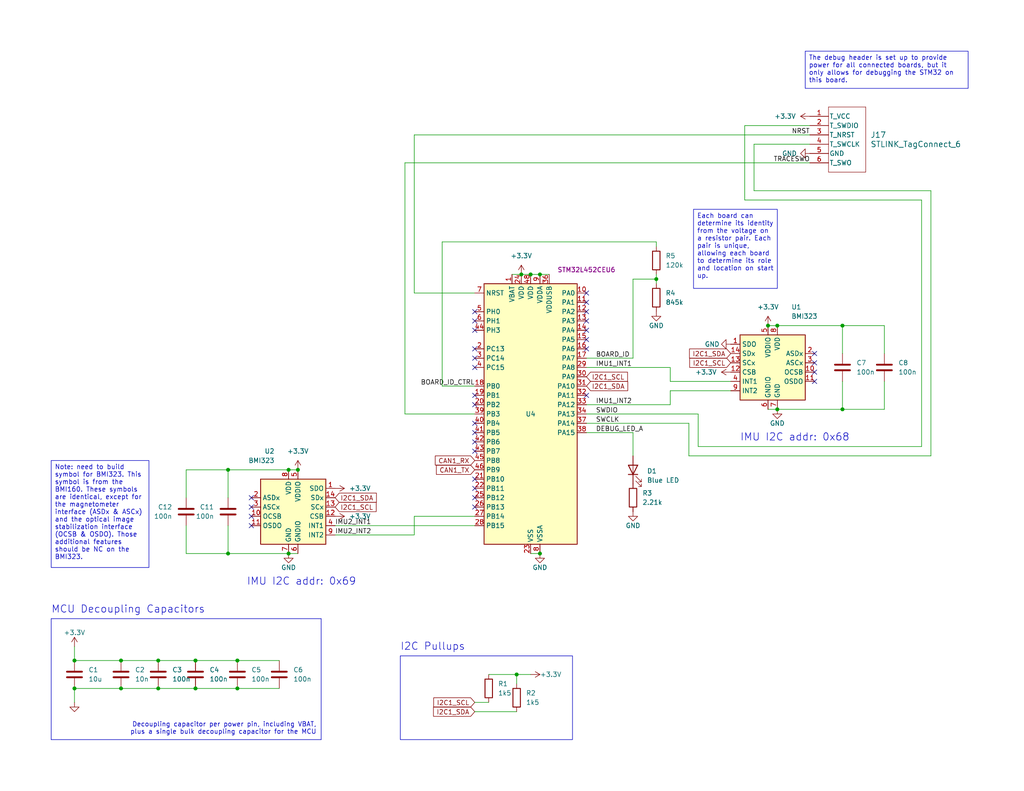
<source format=kicad_sch>
(kicad_sch (version 20230121) (generator eeschema)
  (paper "USLetter")
  (lib_symbols
    (symbol "Device:LED" (pin_numbers hide) (pin_names (offset 1.016) hide)
      (property "Reference" "D" (at 0 2.54 0))
      (property "Value" "LED" (at 0 -2.54 0))
      (symbol "LED_0_1"
        (polyline (pts (xy -1.27 -1.27) (xy -1.27 1.27)) (stroke (width 0.254)))
        (polyline (pts (xy -1.27 0) (xy 1.27 0)))
        (polyline (pts (xy 1.27 -1.27) (xy 1.27 1.27) (xy -1.27 0) (xy 1.27 -1.27)) (stroke (width 0.254)))
        (polyline (pts (xy -3.048 -0.762) (xy -4.572 -2.286) (xy -3.81 -2.286) (xy -4.572 -2.286) (xy -4.572 -1.524)))
        (polyline (pts (xy -1.778 -0.762) (xy -3.302 -2.286) (xy -2.54 -2.286) (xy -3.302 -2.286) (xy -3.302 -1.524)))
      )
      (symbol "LED_1_1"
        (pin passive line (at -3.81 0 0) (length 2.54) (name "K") (number "1"))
        (pin passive line (at 3.81 0 180) (length 2.54) (name "A") (number "2"))
      )
    )
    (symbol "Device:R" (pin_numbers hide) (pin_names (offset 0))
      (property "Reference" "R" (at 2.032 0 90))
      (property "Value" "R" (at 0 0 90))
      (symbol "R_0_1"
        (rectangle (start -1.016 -2.54) (end 1.016 2.54) (stroke (width 0.254)))
      )
      (symbol "R_1_1"
        (pin passive line (at 0 3.81 270) (length 1.27) (name "~") (number "1"))
        (pin passive line (at 0 -3.81 90) (length 1.27) (name "~") (number "2"))
      )
    )
    (symbol "MCU_ST_STM32L4:STM32L452CEUx"
      (property "Reference" "U" (at -12.7 36.83 0))
      (property "Value" "STM32L452CEUx" (at 7.62 36.83 0))
      (symbol "STM32L452CEUx_0_1"
        (rectangle (start -12.7 -35.56) (end 12.7 35.56) (stroke (width 0.254)) (fill (type background)))
      )
      (symbol "STM32L452CEUx_1_1"
        (pin power_in line (at -5.08 38.1 270) (length 2.54) (name "VBAT") (number "1"))
        (pin bidirectional line (at 15.24 33.02 180) (length 2.54) (name "PA0") (number "10"))
        (pin bidirectional line (at 15.24 30.48 180) (length 2.54) (name "PA1") (number "11"))
        (pin bidirectional line (at 15.24 27.94 180) (length 2.54) (name "PA2") (number "12"))
        (pin bidirectional line (at 15.24 25.4 180) (length 2.54) (name "PA3") (number "13"))
        (pin bidirectional line (at 15.24 22.86 180) (length 2.54) (name "PA4") (number "14"))
        (pin bidirectional line (at 15.24 20.32 180) (length 2.54) (name "PA5") (number "15"))
        (pin bidirectional line (at 15.24 17.78 180) (length 2.54) (name "PA6") (number "16"))
        (pin bidirectional line (at 15.24 15.24 180) (length 2.54) (name "PA7") (number "17"))
        (pin bidirectional line (at -15.24 7.62 0) (length 2.54) (name "PB0") (number "18"))
        (pin bidirectional line (at -15.24 5.08 0) (length 2.54) (name "PB1") (number "19"))
        (pin bidirectional line (at -15.24 17.78 0) (length 2.54) (name "PC13") (number "2"))
        (pin bidirectional line (at -15.24 2.54 0) (length 2.54) (name "PB2") (number "20"))
        (pin bidirectional line (at -15.24 -17.78 0) (length 2.54) (name "PB10") (number "21"))
        (pin bidirectional line (at -15.24 -20.32 0) (length 2.54) (name "PB11") (number "22"))
        (pin power_in line (at 0 -38.1 90) (length 2.54) (name "VSS") (number "23"))
        (pin power_in line (at -2.54 38.1 270) (length 2.54) (name "VDD") (number "24"))
        (pin bidirectional line (at -15.24 -22.86 0) (length 2.54) (name "PB12") (number "25"))
        (pin bidirectional line (at -15.24 -25.4 0) (length 2.54) (name "PB13") (number "26"))
        (pin bidirectional line (at -15.24 -27.94 0) (length 2.54) (name "PB14") (number "27"))
        (pin bidirectional line (at -15.24 -30.48 0) (length 2.54) (name "PB15") (number "28"))
        (pin bidirectional line (at 15.24 12.7 180) (length 2.54) (name "PA8") (number "29"))
        (pin bidirectional line (at -15.24 15.24 0) (length 2.54) (name "PC14") (number "3"))
        (pin bidirectional line (at 15.24 10.16 180) (length 2.54) (name "PA9") (number "30"))
        (pin bidirectional line (at 15.24 7.62 180) (length 2.54) (name "PA10") (number "31"))
        (pin bidirectional line (at 15.24 5.08 180) (length 2.54) (name "PA11") (number "32"))
        (pin bidirectional line (at 15.24 2.54 180) (length 2.54) (name "PA12") (number "33"))
        (pin bidirectional line (at 15.24 0 180) (length 2.54) (name "PA13") (number "34"))
        (pin passive line (at 0 -38.1 90) (length 2.54) hide (name "VSS") (number "35"))
        (pin power_in line (at 5.08 38.1 270) (length 2.54) (name "VDDUSB") (number "36"))
        (pin bidirectional line (at 15.24 -2.54 180) (length 2.54) (name "PA14") (number "37"))
        (pin bidirectional line (at 15.24 -5.08 180) (length 2.54) (name "PA15") (number "38"))
        (pin bidirectional line (at -15.24 0 0) (length 2.54) (name "PB3") (number "39"))
        (pin bidirectional line (at -15.24 12.7 0) (length 2.54) (name "PC15") (number "4"))
        (pin bidirectional line (at -15.24 -2.54 0) (length 2.54) (name "PB4") (number "40"))
        (pin bidirectional line (at -15.24 -5.08 0) (length 2.54) (name "PB5") (number "41"))
        (pin bidirectional line (at -15.24 -7.62 0) (length 2.54) (name "PB6") (number "42"))
        (pin bidirectional line (at -15.24 -10.16 0) (length 2.54) (name "PB7") (number "43"))
        (pin bidirectional line (at -15.24 22.86 0) (length 2.54) (name "PH3") (number "44"))
        (pin bidirectional line (at -15.24 -12.7 0) (length 2.54) (name "PB8") (number "45"))
        (pin bidirectional line (at -15.24 -15.24 0) (length 2.54) (name "PB9") (number "46"))
        (pin passive line (at 0 -38.1 90) (length 2.54) hide (name "VSS") (number "47"))
        (pin power_in line (at 0 38.1 270) (length 2.54) (name "VDD") (number "48"))
        (pin passive line (at 0 -38.1 90) (length 2.54) hide (name "VSS") (number "49"))
        (pin bidirectional line (at -15.24 27.94 0) (length 2.54) (name "PH0") (number "5"))
        (pin bidirectional line (at -15.24 25.4 0) (length 2.54) (name "PH1") (number "6"))
        (pin input line (at -15.24 33.02 0) (length 2.54) (name "NRST") (number "7"))
        (pin power_in line (at 2.54 -38.1 90) (length 2.54) (name "VSSA") (number "8"))
        (pin power_in line (at 2.54 38.1 270) (length 2.54) (name "VDDA") (number "9"))
      )
    )
    (symbol "Sensor_Motion:BMI160"
      (property "Reference" "U" (at -10.16 8.89 0))
      (property "Value" "BMI160" (at 7.62 8.89 0))
      (symbol "BMI160_1_1"
        (rectangle (start -10.16 7.62) (end 7.62 -10.16) (stroke (width 0.254)) (fill (type background)))
        (pin bidirectional line (at -12.7 5.08 0) (length 2.54) (name "SDO") (number "1"))
        (pin bidirectional line (at 10.16 -2.54 180) (length 2.54) (name "OCSB") (number "10"))
        (pin bidirectional line (at 10.16 -5.08 180) (length 2.54) (name "OSDO") (number "11"))
        (pin input line (at -12.7 -2.54 0) (length 2.54) (name "CSB") (number "12"))
        (pin input line (at -12.7 0 0) (length 2.54) (name "SCx") (number "13"))
        (pin bidirectional line (at -12.7 2.54 0) (length 2.54) (name "SDx") (number "14"))
        (pin bidirectional line (at 10.16 2.54 180) (length 2.54) (name "ASDx") (number "2"))
        (pin output line (at 10.16 0 180) (length 2.54) (name "ASCx") (number "3"))
        (pin bidirectional line (at -12.7 -5.08 0) (length 2.54) (name "INT1") (number "4"))
        (pin power_in line (at -2.54 10.16 270) (length 2.54) (name "VDDIO") (number "5"))
        (pin power_in line (at -2.54 -12.7 90) (length 2.54) (name "GNDIO") (number "6"))
        (pin power_in line (at 0 -12.7 90) (length 2.54) (name "GND") (number "7"))
        (pin power_in line (at 0 10.16 270) (length 2.54) (name "VDD") (number "8"))
        (pin bidirectional line (at -12.7 -7.62 0) (length 2.54) (name "INT2") (number "9"))
      )
    )
    (symbol "TVSC:Large_Decoupling_Capacitor" (pin_numbers hide) (pin_names (offset 0.254))
      (property "Reference" "C" (at 0.635 2.54 0))
      (property "Value" "10u" (at 0.635 -2.54 0))
      (symbol "Large_Decoupling_Capacitor_0_1"
        (polyline (pts (xy -2.032 -0.762) (xy 2.032 -0.762)) (stroke (width 0.508)))
        (polyline (pts (xy -2.032 0.762) (xy 2.032 0.762)) (stroke (width 0.508)))
      )
      (symbol "Large_Decoupling_Capacitor_1_1"
        (pin passive line (at 0 3.81 270) (length 2.794) (name "~") (number "1"))
        (pin passive line (at 0 -3.81 90) (length 2.794) (name "~") (number "2"))
      )
    )
    (symbol "TVSC:STLINK_TagConnect_6" (pin_names (offset 0.254)) (in_bom no)
      (property "Reference" "J" (at 0 6.35 0))
      (property "Value" "STLINK_TagConnect_6" (at 0 -15.24 0))
      (symbol "STLINK_TagConnect_6_1_1"
        (polyline (pts (xy -5.08 -12.7) (xy 5.08 -12.7)) (stroke (width 0.127)))
        (polyline (pts (xy -5.08 5.08) (xy -5.08 -12.7)) (stroke (width 0.127)))
        (polyline (pts (xy 5.08 -12.7) (xy 5.08 5.08)) (stroke (width 0.127)))
        (polyline (pts (xy 5.08 5.08) (xy -5.08 5.08)) (stroke (width 0.127)))
        (pin power_out line (at -10.16 2.54 0) (length 5.08) (name "T_VCC") (number "1"))
        (pin bidirectional line (at -10.16 0 0) (length 5.08) (name "T_SWDIO") (number "2"))
        (pin output line (at -10.16 -2.54 0) (length 5.08) (name "T_NRST") (number "3"))
        (pin input line (at -10.16 -5.08 0) (length 5.08) (name "T_SWCLK") (number "4"))
        (pin power_out line (at -10.16 -7.62 0) (length 5.08) (name "GND") (number "5"))
        (pin output line (at -10.16 -10.16 0) (length 5.08) (name "T_SWO") (number "6"))
      )
      (symbol "STLINK_TagConnect_6_1_2"
        (polyline (pts (xy 5.08 -20.32) (xy 12.7 -20.32)) (stroke (width 0.127)))
        (polyline (pts (xy 5.08 2.54) (xy 5.08 -20.32)) (stroke (width 0.127)))
        (polyline (pts (xy 7.62 -17.78) (xy 5.08 -17.78)) (stroke (width 0.127)))
        (polyline (pts (xy 7.62 -17.78) (xy 8.89 -18.6267)) (stroke (width 0.127)))
        (polyline (pts (xy 7.62 -17.78) (xy 8.89 -16.9333)) (stroke (width 0.127)))
        (polyline (pts (xy 7.62 -15.24) (xy 5.08 -15.24)) (stroke (width 0.127)))
        (polyline (pts (xy 7.62 -15.24) (xy 8.89 -16.0867)) (stroke (width 0.127)))
        (polyline (pts (xy 7.62 -15.24) (xy 8.89 -14.3933)) (stroke (width 0.127)))
        (polyline (pts (xy 7.62 -12.7) (xy 5.08 -12.7)) (stroke (width 0.127)))
        (polyline (pts (xy 7.62 -12.7) (xy 8.89 -13.5467)) (stroke (width 0.127)))
        (polyline (pts (xy 7.62 -12.7) (xy 8.89 -11.8533)) (stroke (width 0.127)))
        (polyline (pts (xy 7.62 -10.16) (xy 5.08 -10.16)) (stroke (width 0.127)))
        (polyline (pts (xy 7.62 -10.16) (xy 8.89 -11.0067)) (stroke (width 0.127)))
        (polyline (pts (xy 7.62 -10.16) (xy 8.89 -9.3133)) (stroke (width 0.127)))
        (polyline (pts (xy 7.62 -7.62) (xy 5.08 -7.62)) (stroke (width 0.127)))
        (polyline (pts (xy 7.62 -7.62) (xy 8.89 -8.4667)) (stroke (width 0.127)))
        (polyline (pts (xy 7.62 -7.62) (xy 8.89 -6.7733)) (stroke (width 0.127)))
        (polyline (pts (xy 7.62 -5.08) (xy 5.08 -5.08)) (stroke (width 0.127)))
        (polyline (pts (xy 7.62 -5.08) (xy 8.89 -5.9267)) (stroke (width 0.127)))
        (polyline (pts (xy 7.62 -5.08) (xy 8.89 -4.2333)) (stroke (width 0.127)))
        (polyline (pts (xy 7.62 -2.54) (xy 5.08 -2.54)) (stroke (width 0.127)))
        (polyline (pts (xy 7.62 -2.54) (xy 8.89 -3.3867)) (stroke (width 0.127)))
        (polyline (pts (xy 7.62 -2.54) (xy 8.89 -1.6933)) (stroke (width 0.127)))
        (polyline (pts (xy 7.62 0) (xy 5.08 0)) (stroke (width 0.127)))
        (polyline (pts (xy 7.62 0) (xy 8.89 -0.8467)) (stroke (width 0.127)))
        (polyline (pts (xy 7.62 0) (xy 8.89 0.8467)) (stroke (width 0.127)))
        (polyline (pts (xy 12.7 -20.32) (xy 12.7 2.54)) (stroke (width 0.127)))
        (polyline (pts (xy 12.7 2.54) (xy 5.08 2.54)) (stroke (width 0.127)))
        (pin unspecified line (at 0 0 0) (length 5.08) (name "1") (number "1"))
        (pin unspecified line (at 0 -2.54 0) (length 5.08) (name "2") (number "2"))
        (pin unspecified line (at 0 -5.08 0) (length 5.08) (name "3") (number "3"))
        (pin unspecified line (at 0 -7.62 0) (length 5.08) (name "4") (number "4"))
        (pin unspecified line (at 0 -10.16 0) (length 5.08) (name "5") (number "5"))
        (pin unspecified line (at 0 -12.7 0) (length 5.08) (name "6") (number "6"))
        (pin unspecified line (at 0 -15.24 0) (length 5.08) (name "7") (number "7"))
        (pin unspecified line (at 0 -17.78 0) (length 5.08) (name "8") (number "8"))
      )
    )
    (symbol "TVSC:Small_Decoupling_Capacitor" (pin_numbers hide) (pin_names (offset 0.254))
      (property "Reference" "C" (at 0.635 2.54 0))
      (property "Value" "100n" (at 0.635 -2.54 0))
      (symbol "Small_Decoupling_Capacitor_0_1"
        (polyline (pts (xy -2.032 -0.762) (xy 2.032 -0.762)) (stroke (width 0.508)))
        (polyline (pts (xy -2.032 0.762) (xy 2.032 0.762)) (stroke (width 0.508)))
      )
      (symbol "Small_Decoupling_Capacitor_1_1"
        (pin passive line (at 0 3.81 270) (length 2.794) (name "~") (number "1"))
        (pin passive line (at 0 -3.81 90) (length 2.794) (name "~") (number "2"))
      )
    )
    (symbol "power:+3.3V" (power) (pin_names (offset 0))
      (property "Value" "+3.3V" (at 0 3.556 0))
      (symbol "+3.3V_0_1"
        (polyline (pts (xy -0.762 1.27) (xy 0 2.54)))
        (polyline (pts (xy 0 0) (xy 0 2.54)))
        (polyline (pts (xy 0 2.54) (xy 0.762 1.27)))
      )
      (symbol "+3.3V_1_1"
        (pin power_in line (at 0 0 90) (length 0) hide (name "+3.3V") (number "1"))
      )
    )
    (symbol "power:GND" (power) (pin_names (offset 0))
      (property "Value" "GND" (at 0 -3.81 0))
      (symbol "GND_0_1"
        (polyline (pts (xy 0 0) (xy 0 -1.27) (xy 1.27 -1.27) (xy 0 -2.54) (xy -1.27 -1.27) (xy 0 -1.27)))
      )
      (symbol "GND_1_1"
        (pin power_in line (at 0 0 270) (length 0) hide (name "GND") (number "1"))
      )
    )
  )
  (junction (at 20.32 180.34))
  (junction (at 43.18 180.34))
  (junction (at 53.34 180.34))
  (junction (at 212.09 111.76))
  (junction (at 147.32 74.93))
  (junction (at 43.18 187.96))
  (junction (at 62.23 151.13))
  (junction (at 64.77 180.34))
  (junction (at 179.07 76.2))
  (junction (at 33.02 187.96))
  (junction (at 81.28 128.27))
  (junction (at 53.34 187.96))
  (junction (at 20.32 187.96))
  (junction (at 64.77 187.96))
  (junction (at 147.32 151.13))
  (junction (at 62.23 128.27))
  (junction (at 142.24 74.93))
  (junction (at 140.97 184.15))
  (junction (at 144.78 74.93))
  (junction (at 229.87 88.9))
  (junction (at 78.74 151.13))
  (junction (at 33.02 180.34))
  (junction (at 209.55 88.9))
  (junction (at 229.87 111.76))
  (junction (at 212.09 88.9))
  (junction (at 78.74 128.27))
  (no_connect (at 160.02 90.17))
  (no_connect (at 68.58 143.51))
  (no_connect (at 160.02 95.25))
  (no_connect (at 129.54 95.25))
  (no_connect (at 68.58 140.97))
  (no_connect (at 129.54 90.17))
  (no_connect (at 160.02 82.55))
  (no_connect (at 129.54 118.11))
  (no_connect (at 129.54 97.79))
  (no_connect (at 129.54 115.57))
  (no_connect (at 129.54 110.49))
  (no_connect (at 129.54 135.89))
  (no_connect (at 129.54 100.33))
  (no_connect (at 222.25 104.14))
  (no_connect (at 68.58 135.89))
  (no_connect (at 222.25 96.52))
  (no_connect (at 222.25 99.06))
  (no_connect (at 129.54 87.63))
  (no_connect (at 68.58 138.43))
  (no_connect (at 160.02 92.71))
  (no_connect (at 129.54 107.95))
  (no_connect (at 129.54 138.43))
  (no_connect (at 160.02 80.01))
  (no_connect (at 160.02 85.09))
  (no_connect (at 160.02 107.95))
  (no_connect (at 129.54 85.09))
  (no_connect (at 160.02 87.63))
  (no_connect (at 129.54 123.19))
  (no_connect (at 129.54 120.65))
  (no_connect (at 129.54 130.81))
  (no_connect (at 129.54 133.35))
  (no_connect (at 222.25 101.6))
  (wire (pts (xy 182.88 110.49) (xy 182.88 106.68)))
  (wire (pts (xy 220.98 39.37) (xy 205.74 39.37)))
  (wire (pts (xy 205.74 52.07) (xy 254 52.07)))
  (wire (pts (xy 160.02 118.11) (xy 172.72 118.11)))
  (polyline (pts (xy 87.63 168.91) (xy 87.63 201.93)))
  (wire (pts (xy 53.34 187.96) (xy 64.77 187.96)))
  (wire (pts (xy 229.87 96.52) (xy 229.87 88.9)))
  (wire (pts (xy 205.74 39.37) (xy 205.74 52.07)))
  (wire (pts (xy 53.34 180.34) (xy 64.77 180.34)))
  (wire (pts (xy 160.02 97.79) (xy 172.72 97.79)))
  (wire (pts (xy 209.55 88.9) (xy 212.09 88.9)))
  (wire (pts (xy 241.3 88.9) (xy 229.87 88.9)))
  (wire (pts (xy 172.72 76.2) (xy 179.07 76.2)))
  (wire (pts (xy 144.78 74.93) (xy 147.32 74.93)))
  (wire (pts (xy 110.49 44.45) (xy 220.98 44.45)))
  (wire (pts (xy 113.03 80.01) (xy 113.03 36.83)))
  (wire (pts (xy 182.88 100.33) (xy 182.88 104.14)))
  (wire (pts (xy 179.07 74.93) (xy 179.07 76.2)))
  (wire (pts (xy 129.54 191.77) (xy 133.35 191.77)))
  (wire (pts (xy 81.28 151.13) (xy 78.74 151.13)))
  (wire (pts (xy 33.02 187.96) (xy 43.18 187.96)))
  (polyline (pts (xy 13.97 168.91) (xy 13.97 201.93)))
  (wire (pts (xy 20.32 187.96) (xy 20.32 191.77)))
  (wire (pts (xy 160.02 115.57) (xy 187.96 115.57)))
  (wire (pts (xy 129.54 194.31) (xy 140.97 194.31)))
  (wire (pts (xy 78.74 128.27) (xy 62.23 128.27)))
  (wire (pts (xy 20.32 180.34) (xy 33.02 180.34)))
  (wire (pts (xy 129.54 140.97) (xy 113.03 140.97)))
  (wire (pts (xy 179.07 66.04) (xy 179.07 67.31)))
  (wire (pts (xy 129.54 80.01) (xy 113.03 80.01)))
  (wire (pts (xy 182.88 104.14) (xy 199.39 104.14)))
  (polyline (pts (xy 13.97 168.91) (xy 87.63 168.91)))
  (wire (pts (xy 182.88 106.68) (xy 199.39 106.68)))
  (wire (pts (xy 113.03 36.83) (xy 220.98 36.83)))
  (wire (pts (xy 64.77 180.34) (xy 76.2 180.34)))
  (wire (pts (xy 81.28 128.27) (xy 78.74 128.27)))
  (polyline (pts (xy 87.63 201.93) (xy 13.97 201.93)))
  (wire (pts (xy 241.3 104.14) (xy 241.3 111.76)))
  (wire (pts (xy 241.3 111.76) (xy 229.87 111.76)))
  (wire (pts (xy 139.7 74.93) (xy 142.24 74.93)))
  (wire (pts (xy 187.96 124.46) (xy 187.96 115.57)))
  (wire (pts (xy 172.72 97.79) (xy 172.72 76.2)))
  (wire (pts (xy 190.5 113.03) (xy 190.5 121.92)))
  (wire (pts (xy 254 124.46) (xy 187.96 124.46)))
  (wire (pts (xy 50.8 128.27) (xy 50.8 135.89)))
  (wire (pts (xy 144.78 151.13) (xy 147.32 151.13)))
  (wire (pts (xy 209.55 111.76) (xy 212.09 111.76)))
  (wire (pts (xy 133.35 184.15) (xy 140.97 184.15)))
  (wire (pts (xy 160.02 110.49) (xy 182.88 110.49)))
  (wire (pts (xy 113.03 140.97) (xy 113.03 146.05)))
  (wire (pts (xy 62.23 143.51) (xy 62.23 151.13)))
  (wire (pts (xy 140.97 184.15) (xy 140.97 186.69)))
  (wire (pts (xy 120.65 105.41) (xy 120.65 66.04)))
  (wire (pts (xy 50.8 143.51) (xy 50.8 151.13)))
  (wire (pts (xy 62.23 151.13) (xy 50.8 151.13)))
  (wire (pts (xy 91.44 143.51) (xy 129.54 143.51)))
  (wire (pts (xy 229.87 88.9) (xy 212.09 88.9)))
  (wire (pts (xy 33.02 180.34) (xy 43.18 180.34)))
  (wire (pts (xy 20.32 176.53) (xy 20.32 180.34)))
  (wire (pts (xy 120.65 66.04) (xy 179.07 66.04)))
  (wire (pts (xy 129.54 113.03) (xy 110.49 113.03)))
  (wire (pts (xy 113.03 146.05) (xy 91.44 146.05)))
  (wire (pts (xy 172.72 118.11) (xy 172.72 124.46)))
  (wire (pts (xy 142.24 74.93) (xy 144.78 74.93)))
  (wire (pts (xy 140.97 184.15) (xy 144.78 184.15)))
  (wire (pts (xy 20.32 187.96) (xy 33.02 187.96)))
  (wire (pts (xy 64.77 187.96) (xy 76.2 187.96)))
  (wire (pts (xy 78.74 151.13) (xy 62.23 151.13)))
  (wire (pts (xy 251.46 121.92) (xy 251.46 54.61)))
  (wire (pts (xy 110.49 113.03) (xy 110.49 44.45)))
  (wire (pts (xy 129.54 105.41) (xy 120.65 105.41)))
  (wire (pts (xy 160.02 113.03) (xy 190.5 113.03)))
  (wire (pts (xy 43.18 180.34) (xy 53.34 180.34)))
  (wire (pts (xy 179.07 76.2) (xy 179.07 77.47)))
  (wire (pts (xy 251.46 54.61) (xy 203.2 54.61)))
  (wire (pts (xy 229.87 111.76) (xy 212.09 111.76)))
  (wire (pts (xy 254 52.07) (xy 254 124.46)))
  (wire (pts (xy 190.5 121.92) (xy 251.46 121.92)))
  (wire (pts (xy 229.87 104.14) (xy 229.87 111.76)))
  (wire (pts (xy 160.02 100.33) (xy 182.88 100.33)))
  (wire (pts (xy 62.23 128.27) (xy 50.8 128.27)))
  (wire (pts (xy 43.18 187.96) (xy 53.34 187.96)))
  (wire (pts (xy 241.3 96.52) (xy 241.3 88.9)))
  (wire (pts (xy 147.32 74.93) (xy 149.86 74.93)))
  (wire (pts (xy 203.2 34.29) (xy 220.98 34.29)))
  (wire (pts (xy 203.2 54.61) (xy 203.2 34.29)))
  (wire (pts (xy 62.23 128.27) (xy 62.23 135.89)))
  (rectangle (start 109.22 179.07) (end 156.21 201.93))
  (text_box "The debug header is set up to provide power for all connected boards, but it only allows for debugging the STM32 on this board." (at 219.71 13.97 0) (size 44.45 10.16) (effects (font (size 1.27 1.27)) (justify left top)))
  (text_box "Note: need to build symbol for BMI323. This symbol is from the BMI160. These symbols are identical, except for the magnetometer interface (ASDx & ASCx) and the optical image stabilization interface (OCSB & OSDO). Those additional features should be NC on the BMI323." (at 13.97 125.73 0) (size 26.67 29.21) (effects (font (size 1.27 1.27)) (justify left top)))
  (text_box "Each board can determine its identity from the voltage on a resistor pair. Each pair is unique, allowing each board to determine its role and location on start up." (at 189.23 57.15 0) (size 22.86 21.59) (effects (font (size 1.27 1.27)) (justify left top)))
  (text "IMU I2C addr: 0x69" (at 67.31 160.02 0) (effects (font (size 2 2)) (justify left bottom)))
  (text "MCU Decoupling Capacitors" (at 13.97 167.64 0) (effects (font (size 2 2)) (justify left bottom)))
  (text "Decoupling capacitor per power pin, including VBAT,\nplus a single bulk decoupling capacitor for the MCU" (at 86.36 200.66 0) (effects (font (size 1.25 1.25)) (justify right bottom)))
  (text "I2C Pullups" (at 109.22 177.8 0) (effects (font (size 2 2)) (justify left bottom)))
  (text "IMU I2C addr: 0x68" (at 201.93 120.65 0) (effects (font (size 2 2)) (justify left bottom)))
  (label "TRACESWO" (at 220.98 44.45 180))
  (label "IMU1_INT1" (at 162.56 100.33 0))
  (label "NRST" (at 220.98 36.83 180))
  (label "DEBUG_LED_A" (at 162.56 118.11 0))
  (label "IMU1_INT2" (at 162.56 110.49 0))
  (label "BOARD_ID" (at 162.56 97.79 0))
  (label "SWDIO" (at 162.56 113.03 0))
  (label "SWCLK" (at 162.56 115.57 0))
  (label "IMU2_INT1" (at 91.44 143.51 0))
  (label "BOARD_ID_CTRL" (at 129.54 105.41 180))
  (label "IMU2_INT2" (at 91.44 146.05 0))
  (global_label "CAN1_TX" (shape input) (at 129.54 128.27 180) (property "Intersheetrefs" "${INTERSHEET_REFS}" (effects hide)))
  (global_label "I2C1_SDA" (shape input) (at 160.02 105.41 0) (property "Intersheetrefs" "${INTERSHEET_REFS}" (effects hide)))
  (global_label "I2C1_SCL" (shape input) (at 160.02 102.87 0) (property "Intersheetrefs" "${INTERSHEET_REFS}" (effects hide)))
  (global_label "I2C1_SCL" (shape input) (at 199.39 99.06 180) (property "Intersheetrefs" "${INTERSHEET_REFS}" (effects hide)))
  (global_label "I2C1_SDA" (shape input) (at 199.39 96.52 180) (property "Intersheetrefs" "${INTERSHEET_REFS}" (effects hide)))
  (global_label "I2C1_SCL" (shape input) (at 91.44 138.43 0) (property "Intersheetrefs" "${INTERSHEET_REFS}" (effects hide)))
  (global_label "I2C1_SDA" (shape input) (at 129.54 194.31 180) (property "Intersheetrefs" "${INTERSHEET_REFS}" (effects hide)))
  (global_label "I2C1_SCL" (shape input) (at 129.54 191.77 180) (property "Intersheetrefs" "${INTERSHEET_REFS}" (effects hide)))
  (global_label "CAN1_RX" (shape input) (at 129.54 125.73 180) (property "Intersheetrefs" "${INTERSHEET_REFS}" (effects hide)))
  (global_label "I2C1_SDA" (shape input) (at 91.44 135.89 0) (property "Intersheetrefs" "${INTERSHEET_REFS}" (effects hide)))
  (symbol (lib_id "TVSC:STLINK_TagConnect_6") (at 231.14 34.29 0) (unit 1) (in_bom no)
    (property "Reference" "J17" (at 237.49 36.83 0) (effects (font (size 1.524 1.524)) (justify left)))
    (property "Value" "STLINK_TagConnect_6" (at 237.49 39.37 0) (effects (font (size 1.524 1.524)) (justify left)))
    (property "Footprint" "Connector:Tag-Connect_TC2030-IDC-NL_2x03_P1.27mm_Vertical" (effects hide))
    (property "Datasheet" "https://www.tag-connect.com/wp-content/uploads/bsk-pdf-manager/TC2030-CTX_1.pdf" (effects hide))
  )
  (symbol (lib_id "TVSC:Small_Decoupling_Capacitor") (at 76.2 184.15 0) (unit 1)
    (property "Reference" "C6" (at 80.01 182.88 0) (effects (justify left)))
    (property "Value" "100n" (at 80.01 185.42 0) (effects (justify left)))
    (property "Footprint" "footprints:Nondescript_C_0402_1005Metric" (effects hide))
    (property "Datasheet" "https://www.murata.com/en-us/products/productdetail?partno=GCM155R71H104KE02%23" (effects hide))
    (property "MPN" "C2649549" (effects hide))
    (property "Manufacturer" "Murata Electronics" (effects hide))
    (property "Manufacturer Part Number" "GCM155R71H104KE02J" (effects hide))
  )
  (symbol (lib_id "power:GND") (at 172.72 139.7 0) (unit 1)
    (property "Reference" "#PWR019" (effects hide))
    (property "Value" "GND" (at 172.72 143.51 0))
  )
  (symbol (lib_id "power:GND") (at 212.09 111.76 0) (unit 1)
    (property "Reference" "#PWR011" (effects hide))
    (property "Value" "GND" (at 212.09 115.57 0))
  )
  (symbol (lib_id "TVSC:Large_Decoupling_Capacitor") (at 20.32 184.15 0) (unit 1)
    (property "Reference" "C1" (at 24.13 182.88 0) (effects (justify left)))
    (property "Value" "10u" (at 24.13 185.42 0) (effects (justify left)))
    (property "Footprint" "footprints:Nondescript_C_0603_1608Metric" (effects hide))
    (property "Datasheet" "https://www.murata.com/en-us/products/productdetail?partno=GRM188R61E106KA73%23" (effects hide))
    (property "MPN" "C344022" (effects hide))
    (property "Manufacturer" "Murata Electronics" (effects hide))
    (property "Manufacturer Part Number" "GRM188R61E106KA73D" (effects hide))
  )
  (symbol (lib_id "power:+3.3V") (at 144.78 184.15 270) (mirror x) (unit 1)
    (property "Reference" "#PWR012" (effects hide))
    (property "Value" "+3.3V" (at 147.32 184.15 90) (effects (justify left)))
  )
  (symbol (lib_id "TVSC:Small_Decoupling_Capacitor") (at 62.23 139.7 0) (mirror y) (unit 1)
    (property "Reference" "C11" (at 58.42 138.43 0) (effects (justify left)))
    (property "Value" "100n" (at 58.42 140.97 0) (effects (justify left)))
    (property "Footprint" "footprints:Nondescript_C_0402_1005Metric" (effects hide))
    (property "Datasheet" "https://www.murata.com/en-us/products/productdetail?partno=GCM155R71H104KE02%23" (effects hide))
    (property "Manufacturer" "Murata Electronics" (effects hide))
    (property "Manufacturer Part Number" "GCM155R71H104KE02J" (effects hide))
    (property "Designed Manufacturer" "TDK" (effects hide))
    (property "Designed Part Number" "C1005X7R1H104K050BE" (effects hide))
    (property "MPN" "C2649549" (effects hide))
    (property "Active" "Y" (effects hide))
    (property "Specs" "50V" (effects hide))
  )
  (symbol (lib_id "power:GND") (at 179.07 85.09 0) (unit 1)
    (property "Reference" "#PWR029" (effects hide))
    (property "Value" "GND" (at 179.07 88.9 0))
  )
  (symbol (lib_id "Device:LED") (at 172.72 128.27 90) (unit 1)
    (property "Reference" "D1" (at 176.53 128.5875 90) (effects (justify right)))
    (property "Value" "Blue LED" (at 176.53 131.1275 90) (effects (justify right)))
    (property "Footprint" "LED_SMD:LED_0603_1608Metric" (effects hide))
    (property "Datasheet" "https://octopart.com/datasheet/19-217%2Fbhc-zl1m2ry%2F3t-everlight-56007553" (effects hide))
    (property "MPN" "C72041" (effects hide))
    (property "Manufacturer" "Everlight Elec" (effects hide))
    (property "Manufacturer Part Number" "19-217/BHC-ZL1M2RY/3T" (effects hide))
    (property "Active" "Y" (effects hide))
  )
  (symbol (lib_id "TVSC:Small_Decoupling_Capacitor") (at 64.77 184.15 0) (unit 1)
    (property "Reference" "C5" (at 68.58 182.88 0) (effects (justify left)))
    (property "Value" "100n" (at 68.58 185.42 0) (effects (justify left)))
    (property "Footprint" "footprints:Nondescript_C_0402_1005Metric" (effects hide))
    (property "Datasheet" "https://www.murata.com/en-us/products/productdetail?partno=GCM155R71H104KE02%23" (effects hide))
    (property "MPN" "C2649549" (effects hide))
    (property "Manufacturer" "Murata Electronics" (effects hide))
    (property "Manufacturer Part Number" "GCM155R71H104KE02J" (effects hide))
  )
  (symbol (lib_id "TVSC:Small_Decoupling_Capacitor") (at 229.87 100.33 0) (unit 1)
    (property "Reference" "C7" (at 233.68 99.06 0) (effects (justify left)))
    (property "Value" "100n" (at 233.68 101.6 0) (effects (justify left)))
    (property "Footprint" "footprints:Nondescript_C_0402_1005Metric" (effects hide))
    (property "Datasheet" "https://www.murata.com/en-us/products/productdetail?partno=GCM155R71H104KE02%23" (effects hide))
    (property "Manufacturer" "Murata Electronics" (effects hide))
    (property "Manufacturer Part Number" "GCM155R71H104KE02J" (effects hide))
    (property "Designed Manufacturer" "TDK" (effects hide))
    (property "Designed Part Number" "C1005X7R1H104K050BE" (effects hide))
    (property "MPN" "C2649549" (effects hide))
    (property "Active" "Y" (effects hide))
    (property "Specs" "50V" (effects hide))
  )
  (symbol (lib_id "Device:R") (at 179.07 71.12 0) (unit 1)
    (property "Reference" "R5" (at 181.61 69.85 0) (effects (justify left)))
    (property "Value" "120k" (at 181.61 72.39 0) (effects (justify left)))
    (property "Footprint" "footprints:Nondescript_R_0402_1005Metric" (effects hide))
    (property "MPN" "C966870" (effects hide))
    (property "Manufacturer" "UNI-ROYAL" (effects hide))
    (property "Manufacturer Part Number" "CQ02WGF1203TCE" (effects hide))
    (property "Active" "Y" (effects hide))
  )
  (symbol (lib_id "power:GND") (at 78.74 151.13 0) (mirror y) (unit 1)
    (property "Reference" "#PWR016" (effects hide))
    (property "Value" "GND" (at 78.74 154.94 0))
  )
  (symbol (lib_id "power:+3.3V") (at 199.39 101.6 90) (unit 1)
    (property "Reference" "#PWR07" (effects hide))
    (property "Value" "+3.3V" (at 195.58 101.6 90) (effects (justify left)))
  )
  (symbol (lib_id "power:+3.3V") (at 91.44 133.35 270) (mirror x) (unit 1)
    (property "Reference" "#PWR013" (effects hide))
    (property "Value" "+3.3V" (at 95.25 133.35 90) (effects (justify left)))
  )
  (symbol (lib_id "Sensor_Motion:BMI160") (at 78.74 138.43 0) (mirror y) (unit 1)
    (property "Reference" "U2" (at 74.93 123.19 0) (effects (justify left)))
    (property "Value" "BMI323" (at 74.93 125.73 0) (effects (justify left)))
    (property "Footprint" "Package_LGA:Bosch_LGA-14_3x2.5mm_P0.5mm" (effects hide))
    (property "Datasheet" "https://www.bosch-sensortec.com/media/boschsensortec/downloads/datasheets/bst-bmi323-ds000.pdf" (effects hide))
    (property "Active" "Y" (effects hide))
    (property "MPN" "C5368700" (effects hide))
    (property "Manufacturer" "Bosch Sensortec" (effects hide))
    (property "Manufacturer Part Number" "BMI323" (effects hide))
    (property "Tmax" "85" (effects hide))
    (property "Tmin" "-40" (effects hide))
    (property "Tsensitivity" "2%" (effects hide))
  )
  (symbol (lib_id "power:+3.3V") (at 20.32 176.53 0) (unit 1)
    (property "Reference" "#PWR04" (effects hide))
    (property "Value" "+3.3V" (at 20.32 172.72 0))
  )
  (symbol (lib_id "MCU_ST_STM32L4:STM32L452CEUx") (at 144.78 113.03 0) (unit 1)
    (property "Reference" "U4" (at 144.78 113.03 0))
    (property "Value" "STM32L452CEU6" (effects hide))
    (property "Footprint" "footprints:QFN-48-1EP_7x7mm_P0.5mm_EP5.6x5.6mm_ThermalVias" (effects hide))
    (property "Datasheet" "https://www.st.com/resource/en/datasheet/stm32l452ce.pdf" (effects hide))
    (property "Active" "Y" (effects hide))
    (property "MPN" "C222355" (effects hide))
    (property "Manufacturer" "ST Microelectronics" (effects hide))
    (property "Manufacturer Part Number" "STM32L452CEU6" (at 160.02 73.66 0))
  )
  (symbol (lib_id "Device:R") (at 179.07 81.28 0) (unit 1)
    (property "Reference" "R4" (at 181.61 80.01 0) (effects (justify left)))
    (property "Value" "845k" (at 181.61 82.55 0) (effects (justify left)))
    (property "Footprint" "footprints:Nondescript_R_0402_1005Metric" (effects hide))
    (property "MPN" "C270578" (effects hide))
    (property "Manufacturer" "UNI-ROYAL" (effects hide))
    (property "Manufacturer Part Number" "0402WGF8453TCE" (effects hide))
    (property "Active" "Y" (effects hide))
  )
  (symbol (lib_id "power:+3.3V") (at 91.44 140.97 270) (mirror x) (unit 1)
    (property "Reference" "#PWR014" (effects hide))
    (property "Value" "+3.3V" (at 95.25 140.97 90) (effects (justify left)))
  )
  (symbol (lib_id "power:GND") (at 20.32 191.77 0) (unit 1)
    (property "Reference" "#PWR05" (effects hide))
    (property "Value" "GND" (effects hide))
  )
  (symbol (lib_id "Device:R") (at 172.72 135.89 0) (unit 1)
    (property "Reference" "R3" (at 175.26 134.62 0) (effects (justify left)))
    (property "Value" "2.21k" (at 175.26 137.16 0) (effects (justify left)))
    (property "Footprint" "footprints:Nondescript_R_0402_1005Metric" (effects hide))
    (property "Designed Manufacturer" "Vishay-Dale" (effects hide))
    (property "Designed Part Number" "CRCW04022K21FKED" (effects hide))
    (property "MPN" "C305298" (effects hide))
    (property "Manufacturer" "Walsin Tech Corp" (effects hide))
    (property "Manufacturer Part Number" "WR04X2211FTL" (effects hide))
    (property "Active" "Y" (effects hide))
  )
  (symbol (lib_id "TVSC:Small_Decoupling_Capacitor") (at 53.34 184.15 0) (unit 1)
    (property "Reference" "C4" (at 57.15 182.88 0) (effects (justify left)))
    (property "Value" "100n" (at 57.15 185.42 0) (effects (justify left)))
    (property "Footprint" "footprints:Nondescript_C_0402_1005Metric" (effects hide))
    (property "Datasheet" "https://www.murata.com/en-us/products/productdetail?partno=GCM155R71H104KE02%23" (effects hide))
    (property "MPN" "C2649549" (effects hide))
    (property "Manufacturer" "Murata Electronics" (effects hide))
    (property "Manufacturer Part Number" "GCM155R71H104KE02J" (effects hide))
  )
  (symbol (lib_id "power:GND") (at 220.98 41.91 270) (unit 1)
    (property "Reference" "#PWR09" (effects hide))
    (property "Value" "GND" (at 213.36 41.91 90) (effects (justify left)))
  )
  (symbol (lib_id "TVSC:Small_Decoupling_Capacitor") (at 50.8 139.7 0) (mirror y) (unit 1)
    (property "Reference" "C12" (at 46.99 138.43 0) (effects (justify left)))
    (property "Value" "100n" (at 46.99 140.97 0) (effects (justify left)))
    (property "Footprint" "footprints:Nondescript_C_0402_1005Metric" (effects hide))
    (property "Datasheet" "https://www.murata.com/en-us/products/productdetail?partno=GCM155R71H104KE02%23" (effects hide))
    (property "Manufacturer" "Murata Electronics" (effects hide))
    (property "Manufacturer Part Number" "GCM155R71H104KE02J" (effects hide))
    (property "Designed Manufacturer" "TDK" (effects hide))
    (property "Designed Part Number" "C1005X7R1H104K050BE" (effects hide))
    (property "MPN" "C2649549" (effects hide))
    (property "Active" "Y" (effects hide))
    (property "Specs" "50V" (effects hide))
  )
  (symbol (lib_id "Device:R") (at 140.97 190.5 0) (unit 1)
    (property "Reference" "R2" (at 143.51 189.23 0) (effects (justify left)))
    (property "Value" "1k5" (at 143.51 191.77 0) (effects (justify left)))
    (property "Footprint" "Resistor_SMD:R_0402_1005Metric" (effects hide))
    (property "MPN" "C25867" (effects hide))
    (property "Manufacturer" "UNI-ROYAL" (effects hide))
    (property "Manufacturer Part Number" "0402WGF1501TCE" (effects hide))
    (property "Active" "Y" (effects hide))
  )
  (symbol (lib_id "power:+3.3V") (at 81.28 128.27 0) (mirror y) (unit 1)
    (property "Reference" "#PWR015" (effects hide))
    (property "Value" "+3.3V" (at 81.28 123.19 0))
  )
  (symbol (lib_id "TVSC:Small_Decoupling_Capacitor") (at 33.02 184.15 0) (unit 1)
    (property "Reference" "C2" (at 36.83 182.88 0) (effects (justify left)))
    (property "Value" "10n" (at 36.83 185.42 0) (effects (justify left)))
    (property "Footprint" "footprints:Nondescript_C_0402_1005Metric" (effects hide))
    (property "MPN" "C5189696" (effects hide))
    (property "Manufacturer" "Murata Electronics" (effects hide))
    (property "Manufacturer Part Number" "GCM155R71H103JA55D" (effects hide))
  )
  (symbol (lib_id "Sensor_Motion:BMI160") (at 212.09 99.06 0) (unit 1)
    (property "Reference" "U1" (at 215.9 83.82 0) (effects (justify left)))
    (property "Value" "BMI323" (at 215.9 86.36 0) (effects (justify left)))
    (property "Footprint" "Package_LGA:Bosch_LGA-14_3x2.5mm_P0.5mm" (effects hide))
    (property "Datasheet" "https://www.bosch-sensortec.com/media/boschsensortec/downloads/datasheets/bst-bmi323-ds000.pdf" (effects hide))
    (property "Active" "Y" (effects hide))
    (property "MPN" "C5368700" (effects hide))
    (property "Manufacturer" "Bosch Sensortec" (effects hide))
    (property "Manufacturer Part Number" "BMI323" (effects hide))
    (property "Tmax" "85" (effects hide))
    (property "Tmin" "-40" (effects hide))
    (property "Tsensitivity" "2%" (effects hide))
  )
  (symbol (lib_id "power:+3.3V") (at 209.55 88.9 0) (unit 1)
    (property "Reference" "#PWR010" (effects hide))
    (property "Value" "+3.3V" (at 209.55 83.82 0))
  )
  (symbol (lib_id "TVSC:Small_Decoupling_Capacitor") (at 241.3 100.33 0) (unit 1)
    (property "Reference" "C8" (at 245.11 99.06 0) (effects (justify left)))
    (property "Value" "100n" (at 245.11 101.6 0) (effects (justify left)))
    (property "Footprint" "footprints:Nondescript_C_0402_1005Metric" (effects hide))
    (property "Datasheet" "https://www.murata.com/en-us/products/productdetail?partno=GCM155R71H104KE02%23" (effects hide))
    (property "Manufacturer" "Murata Electronics" (effects hide))
    (property "Manufacturer Part Number" "GCM155R71H104KE02J" (effects hide))
    (property "Designed Manufacturer" "TDK" (effects hide))
    (property "Designed Part Number" "C1005X7R1H104K050BE" (effects hide))
    (property "MPN" "C2649549" (effects hide))
    (property "Active" "Y" (effects hide))
    (property "Specs" "50V" (effects hide))
  )
  (symbol (lib_id "power:+3.3V") (at 220.98 31.75 90) (unit 1)
    (property "Reference" "#PWR08" (effects hide))
    (property "Value" "+3.3V" (at 217.17 31.75 90) (effects (justify left)))
  )
  (symbol (lib_id "power:GND") (at 199.39 93.98 270) (unit 1)
    (property "Reference" "#PWR06" (effects hide))
    (property "Value" "GND" (at 194.31 93.98 90))
  )
  (symbol (lib_id "TVSC:Small_Decoupling_Capacitor") (at 43.18 184.15 0) (unit 1)
    (property "Reference" "C3" (at 46.99 182.88 0) (effects (justify left)))
    (property "Value" "100n" (at 46.99 185.42 0) (effects (justify left)))
    (property "Footprint" "footprints:Nondescript_C_0402_1005Metric" (effects hide))
    (property "Datasheet" "https://www.murata.com/en-us/products/productdetail?partno=GCM155R71H104KE02%23" (effects hide))
    (property "MPN" "C2649549" (effects hide))
    (property "Manufacturer" "Murata Electronics" (effects hide))
    (property "Manufacturer Part Number" "GCM155R71H104KE02J" (effects hide))
  )
  (symbol (lib_id "power:GND") (at 147.32 151.13 0) (unit 1)
    (property "Reference" "#PWR018" (effects hide))
    (property "Value" "GND" (at 147.32 154.94 0))
  )
  (symbol (lib_id "power:+3.3V") (at 142.24 74.93 0) (unit 1)
    (property "Reference" "#PWR017" (effects hide))
    (property "Value" "+3.3V" (at 142.24 69.85 0))
  )
  (symbol (lib_id "Device:R") (at 133.35 187.96 0) (unit 1)
    (property "Reference" "R1" (at 135.89 186.69 0) (effects (justify left)))
    (property "Value" "1k5" (at 135.89 189.23 0) (effects (justify left)))
    (property "Footprint" "Resistor_SMD:R_0402_1005Metric" (effects hide))
    (property "MPN" "C25867" (effects hide))
    (property "Manufacturer" "UNI-ROYAL" (effects hide))
    (property "Manufacturer Part Number" "0402WGF1501TCE" (effects hide))
    (property "Active" "Y" (effects hide))
  )
)
</source>
